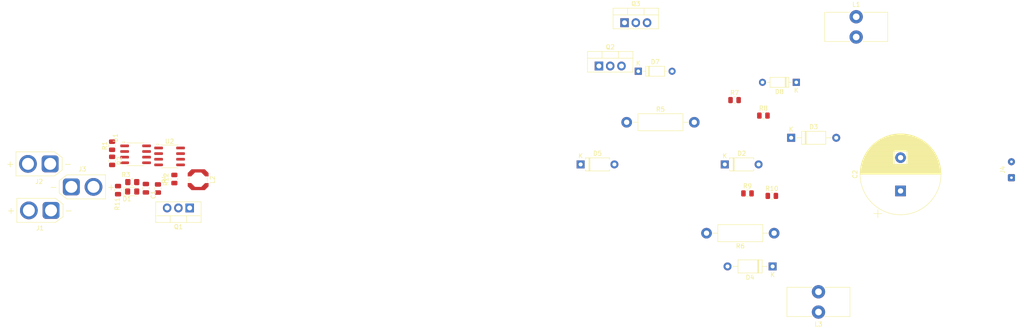
<source format=kicad_pcb>
(kicad_pcb (version 20241229) (generator "pcbnew") (generator_version "9.0")
  (layers (0 "F.Cu" signal) (2 "B.Cu" signal) (13 "F.Paste" user) (15 "B.Paste" user) (5 "F.SilkS" user "F.Silkscreen") (7 "B.SilkS" user "B.Silkscreen") (1 "F.Mask" user) (3 "B.Mask" user) (25 "Edge.Cuts" user))
  (net 0 "")
  (net 1 "GND")
  (net 2 "Net-(D1-A)")
  (net 3 "Net-(D1-K)")
  (net 4 "Net-(J1-Pin_2)")
  (net 5 "Net-(Q1-G)")
  (net 6 "Net-(L2-Pad1)")
  (net 7 "Net-(U1-+)")
  (net 8 "Net-(U1--)")
  (net 9 "Net-(D7-K)")
  (net 10 "Net-(D8-K)")
  (net 11 "Net-(D3-K)")
  (net 12 "Net-(D3-A)")
  (net 13 "Net-(D4-A)")
  (net 14 "Net-(D5-K)")
  (net 15 "Net-(D2-K)")
  (net 16 "Net-(D2-A)")
  (footprint "Connector_AMASS:AMASS_XT30U-F_1x02_P5.0mm_Vertical" (layer "F.Cu") (at 38.61 113.44 180)
    (property "Reference" "J1" (at 2.5 -4 0) (layer "F.SilkS"))
    (property "Value" "Battery_12v_Connection")
    (fp_text user "+" (at 9 0 0) (layer "F.SilkS") (effects (font (size 1.5 1.5))))
    (fp_text user "-" (at -4 0 0) (layer "F.SilkS") (effects (font (size 1.5 1.5))))
    (pad "1" thru_hole roundrect (at 0 0 180) (size 3.8 3.8) (drill 2.7) (layers "*.Cu" "*.Mask") (roundrect_rratio 0.2) (net 1 "GND"))
    (pad "2" thru_hole circle (at 5 0 180) (size 4 4) (drill 2.7) (layers "*.Cu" "*.Mask") (net 4 "Net-(J1-Pin_2)"))
  )
  (footprint "Diode_THT:D_DO-35_SOD27_P7.62mm_Horizontal" (layer "F.Cu") (at 206.61 84.57222 180)
    (property "Reference" "D8" (at 3.81 -2.12 0) (layer "F.SilkS"))
    (property "Value" "1N4148")
    (fp_text user "K" (at 0 -1.8 0) (layer "F.SilkS"))
    (pad "1" thru_hole rect (at 0 0 180) (size 1.6 1.6) (drill 0.8) (layers "*.Cu" "*.Mask") (net 10 "Net-(D8-K)"))
    (pad "2" thru_hole oval (at 7.62 0 180) (size 1.6 1.6) (drill 0.8) (layers "*.Cu" "*.Mask") (net 15 "Net-(D2-K)"))
  )
  (footprint "Resistor_SMD:R_0805_2012Metric" (layer "F.Cu") (at 66.41 106.3675 -90)
    (property "Reference" "R12" (at 0.0975 1.86 90) (layer "F.SilkS"))
    (property "Value" "100")
    (pad "1" smd roundrect (at -0.9125 0 270) (size 1.025 1.4) (layers "F.Cu" "F.Mask" "F.Paste") (roundrect_rratio 0.243902) (net 6 "Net-(L2-Pad1)"))
    (pad "2" smd roundrect (at 0.9125 0 270) (size 1.025 1.4) (layers "F.Cu" "F.Mask" "F.Paste") (roundrect_rratio 0.243902) (net 5 "Net-(Q1-G)"))
  )
  (footprint "Diode_THT:D_A-405_P7.62mm_Horizontal" (layer "F.Cu") (at 190.49 103.07222)
    (property "Reference" "D2" (at 3.81 -2.47 0) (layer "F.SilkS"))
    (property "Value" "D_Zener")
    (fp_text user "K" (at 0 -1.9 0) (layer "F.SilkS"))
    (pad "1" thru_hole rect (at 0 0) (size 1.8 1.8) (drill 0.9) (layers "*.Cu" "*.Mask") (net 15 "Net-(D2-K)"))
    (pad "2" thru_hole oval (at 7.62 0) (size 1.8 1.8) (drill 0.9) (layers "*.Cu" "*.Mask") (net 16 "Net-(D2-A)"))
  )
  (footprint "Package_TO_SOT_THT:TO-220-3_Vertical" (layer "F.Cu") (at 162.12 80.89)
    (property "Reference" "Q2" (at 2.54 -4.27 0) (layer "F.SilkS"))
    (property "Value" "IRF640NPbF")
    (pad "1" thru_hole rect (at 0 0) (size 1.905 2) (drill 1.1) (layers "*.Cu" "*.Mask") (net 14 "Net-(D5-K)"))
    (pad "2" thru_hole oval (at 2.54 0) (size 1.905 2) (drill 1.1) (layers "*.Cu" "*.Mask") (net 10 "Net-(D8-K)"))
    (pad "3" thru_hole oval (at 5.08 0) (size 1.905 2) (drill 1.1) (layers "*.Cu" "*.Mask") (net 16 "Net-(D2-A)"))
  )
  (footprint "Connector_Wire:SolderWire-0.1sqmm_1x02_P3.6mm_D0.4mm_OD1mm" (layer "F.Cu") (at 255.11 106.07222 90)
    (property "Reference" "J4" (at 1.8 -2 90) (layer "F.SilkS"))
    (property "Value" "Conn_01x02_Socket")
    (pad "1" thru_hole roundrect (at 0 0 90) (size 1.6 1.6) (drill 0.6) (layers "*.Cu" "*.Mask") (roundrect_rratio 0.15625) (net 10 "Net-(D8-K)"))
    (pad "2" thru_hole circle (at 3.6 0 90) (size 1.6 1.6) (drill 0.6) (layers "*.Cu" "*.Mask") (net 9 "Net-(D7-K)"))
  )
  (footprint "Inductor_SMD:L_Coilcraft_LPS4414" (layer "F.Cu") (at 71.77 106.52 -90)
    (property "Reference" "L2" (at 0 -3.25 90) (layer "F.SilkS"))
    (property "Value" "100u")
    (pad "1" smd custom (at -1.9875 0 270) (size 0.5 2) (layers "F.Cu" "F.Mask" "F.Paste") (net 6 "Net-(L2-Pad1)") (options (clearance outline) (anchor rect)) (primitives (gr_poly (pts (xy 0.3625 -0.7) (xy 1.2375 -1.575) (xy 1.2375 -2.35) (xy 0.4875 -2.35) (xy -0.3625 -1.5) (xy -0.3625 1.5) (xy 0.4875 2.35) (xy 1.2375 2.35) (xy 1.2375 1.575) (xy 0.3625 0.7)) (width 0) (fill yes))))
    (pad "2" smd custom (at 1.9875 0 270) (size 0.5 2) (layers "F.Cu" "F.Mask" "F.Paste") (net 5 "Net-(Q1-G)") (options (clearance outline) (anchor rect)) (primitives (gr_poly (pts (xy -0.3625 -0.7) (xy -1.2375 -1.575) (xy -1.2375 -2.35) (xy -0.4875 -2.35) (xy 0.3625 -1.5) (xy 0.3625 1.5) (xy -0.4875 2.35) (xy -1.2375 2.35) (xy -1.2375 1.575) (xy -0.3625 0.7)) (width 0) (fill yes))))
  )
  (footprint "Resistor_THT:R_Axial_DIN0411_L9.9mm_D3.6mm_P15.24mm_Horizontal" (layer "F.Cu") (at 201.61 118.57222 180)
    (property "Reference" "R6" (at 7.62 -2.92 0) (layer "F.SilkS"))
    (property "Value" "100k")
    (pad "1" thru_hole circle (at 0 0 180) (size 2.4 2.4) (drill 1.2) (layers "*.Cu" "*.Mask") (net 10 "Net-(D8-K)"))
    (pad "2" thru_hole oval (at 15.24 0 180) (size 2.4 2.4) (drill 1.2) (layers "*.Cu" "*.Mask") (net 13 "Net-(D4-A)"))
  )
  (footprint "Inductor_THT:L_Toroid_Vertical_L14.0mm_W6.3mm_P4.57mm_Pulse_A" (layer "F.Cu") (at 220.11 69.78722)
    (property "Reference" "L1" (at 0 -2.75 0) (layer "F.SilkS"))
    (property "Value" "220u")
    (pad "1" thru_hole circle (at 0 0) (size 3 3) (drill 1.5) (layers "*.Cu" "*.Mask") (net 11 "Net-(D3-K)"))
    (pad "2" thru_hole circle (at 0 4.57) (size 3 3) (drill 1.5) (layers "*.Cu" "*.Mask") (net 9 "Net-(D7-K)"))
  )
  (footprint "Resistor_SMD:R_0805_2012Metric" (layer "F.Cu") (at 199.1975 92.07222)
    (property "Reference" "R8" (at 0 -1.65 0) (layer "F.SilkS"))
    (property "Value" "470")
    (pad "1" smd roundrect (at -0.9125 0) (size 1.025 1.4) (layers "F.Cu" "F.Mask" "F.Paste") (roundrect_rratio 0.243902) (net 15 "Net-(D2-K)"))
    (pad "2" smd roundrect (at 0.9125 0) (size 1.025 1.4) (layers "F.Cu" "F.Mask" "F.Paste") (roundrect_rratio 0.243902) (net 11 "Net-(D3-K)"))
  )
  (footprint "Resistor_SMD:R_0805_2012Metric" (layer "F.Cu") (at 52.37 98.8625 90)
    (property "Reference" "R1" (at 0 -1.65 90) (layer "F.SilkS"))
    (property "Value" "10M")
    (pad "1" smd roundrect (at -0.9125 0 90) (size 1.025 1.4) (layers "F.Cu" "F.Mask" "F.Paste") (roundrect_rratio 0.243902) (net 7 "Net-(U1-+)"))
    (pad "2" smd roundrect (at 0.9125 0 90) (size 1.025 1.4) (layers "F.Cu" "F.Mask" "F.Paste") (roundrect_rratio 0.243902) (net 11 "Net-(D3-K)"))
  )
  (footprint "Diode_THT:D_A-405_P10.16mm_Horizontal" (layer "F.Cu") (at 205.45 97.07222)
    (property "Reference" "D3" (at 5.08 -2.47 0) (layer "F.SilkS"))
    (property "Value" "D")
    (fp_text user "K" (at 0 -1.9 0) (layer "F.SilkS"))
    (pad "1" thru_hole rect (at 0 0) (size 1.8 1.8) (drill 0.9) (layers "*.Cu" "*.Mask") (net 11 "Net-(D3-K)"))
    (pad "2" thru_hole oval (at 10.16 0) (size 1.8 1.8) (drill 0.9) (layers "*.Cu" "*.Mask") (net 12 "Net-(D3-A)"))
  )
  (footprint "Diode_SMD:D_0805_2012Metric_Pad1.15x1.40mm_HandSolder" (layer "F.Cu") (at 56.905 109.18)
    (property "Reference" "D1" (at -1.185 1.68 0) (layer "F.SilkS"))
    (property "Value" "D")
    (pad "1" smd roundrect (at -1.025 0) (size 1.15 1.4) (layers "F.Cu" "F.Mask" "F.Paste") (roundrect_rratio 0.217391) (net 3 "Net-(D1-K)"))
    (pad "2" smd roundrect (at 1.025 0) (size 1.15 1.4) (layers "F.Cu" "F.Mask" "F.Paste") (roundrect_rratio 0.217391) (net 2 "Net-(D1-A)"))
  )
  (footprint "Diode_THT:D_DO-35_SOD27_P7.62mm_Horizontal" (layer "F.Cu") (at 170.99 82.07222)
    (property "Reference" "D7" (at 3.81 -2.12 0) (layer "F.SilkS"))
    (property "Value" "1N4148")
    (fp_text user "K" (at 0 -1.8 0) (layer "F.SilkS"))
    (pad "1" thru_hole rect (at 0 0) (size 1.6 1.6) (drill 0.8) (layers "*.Cu" "*.Mask") (net 9 "Net-(D7-K)"))
    (pad "2" thru_hole oval (at 7.62 0) (size 1.6 1.6) (drill 0.8) (layers "*.Cu" "*.Mask") (net 14 "Net-(D5-K)"))
  )
  (footprint "Resistor_SMD:R_0805_2012Metric" (layer "F.Cu") (at 195.6075 109.60222)
    (property "Reference" "R9" (at 0 -1.65 0) (layer "F.SilkS"))
    (property "Value" "10k")
    (pad "1" smd roundrect (at -0.9125 0) (size 1.025 1.4) (layers "F.Cu" "F.Mask" "F.Paste") (roundrect_rratio 0.243902) (net 14 "Net-(D5-K)"))
    (pad "2" smd roundrect (at 0.9125 0) (size 1.025 1.4) (layers "F.Cu" "F.Mask" "F.Paste") (roundrect_rratio 0.243902) (net 16 "Net-(D2-A)"))
  )
  (footprint "Resistor_SMD:R_0805_2012Metric" (layer "F.Cu") (at 62.71 108.5 -90)
    (property "Reference" "R4" (at -2.0875 -1.47 90) (layer "F.SilkS"))
    (property "Value" "10M")
    (pad "1" smd roundrect (at -0.9125 0 270) (size 1.025 1.4) (layers "F.Cu" "F.Mask" "F.Paste") (roundrect_rratio 0.243902) (net 5 "Net-(Q1-G)"))
    (pad "2" smd roundrect (at 0.9125 0 270) (size 1.025 1.4) (layers "F.Cu" "F.Mask" "F.Paste") (roundrect_rratio 0.243902) (net 1 "GND"))
  )
  (footprint "Inductor_THT:L_Toroid_Vertical_L14.0mm_W6.3mm_P4.57mm_Pulse_A" (layer "F.Cu") (at 211.61 136.35722 180)
    (property "Reference" "L3" (at 0 -2.75 0) (layer "F.SilkS"))
    (property "Value" "220u")
    (pad "1" thru_hole circle (at 0 0 180) (size 3 3) (drill 1.5) (layers "*.Cu" "*.Mask") (net 10 "Net-(D8-K)"))
    (pad "2" thru_hole circle (at 0 4.57 180) (size 3 3) (drill 1.5) (layers "*.Cu" "*.Mask") (net 11 "Net-(D3-K)"))
  )
  (footprint "Connector_AMASS:AMASS_XT30U-F_1x02_P5.0mm_Vertical" (layer "F.Cu") (at 43.18 108.14)
    (property "Reference" "J3" (at 2.5 -4 0) (layer "F.SilkS"))
    (property "Value" "ON_switch")
    (fp_text user "-" (at -4 0 0) (layer "F.SilkS") (effects (font (size 1.5 1.5))))
    (fp_text user "+" (at 9 0 0) (layer "F.SilkS") (effects (font (size 1.5 1.5))))
    (pad "1" thru_hole roundrect (at 0 0) (size 3.8 3.8) (drill 2.7) (layers "*.Cu" "*.Mask") (roundrect_rratio 0.2) (net 11 "Net-(D3-K)"))
    (pad "2" thru_hole circle (at 5 0) (size 4 4) (drill 2.7) (layers "*.Cu" "*.Mask") (net 3 "Net-(D1-K)"))
  )
  (footprint "Package_SO:SOIC-8_3.9x4.9mm_P1.27mm" (layer "F.Cu") (at 57.67 100.8)
    (property "Reference" "U1" (at -4.535 -3.7175 90) (layer "F.SilkS"))
    (property "Value" "OP07")
    (pad "1" smd roundrect (at -2.475 -1.905) (size 1.95 0.6) (layers "F.Cu" "F.Mask" "F.Paste"))
    (pad "2" smd roundrect (at -2.475 -0.635) (size 1.95 0.6) (layers "F.Cu" "F.Mask" "F.Paste") (net 8 "Net-(U1--)"))
    (pad "3" smd roundrect (at -2.475 0.635) (size 1.95 0.6) (layers "F.Cu" "F.Mask" "F.Paste") (net 7 "Net-(U1-+)"))
    (pad "4" smd roundrect (at -2.475 1.905) (size 1.95 0.6) (layers "F.Cu" "F.Mask" "F.Paste") (net 1 "GND"))
    (pad "5" smd roundrect (at 2.475 1.905) (size 1.95 0.6) (layers "F.Cu" "F.Mask" "F.Paste"))
    (pad "6" smd roundrect (at 2.475 0.635) (size 1.95 0.6) (layers "F.Cu" "F.Mask" "F.Paste") (net 8 "Net-(U1--)"))
    (pad "7" smd roundrect (at 2.475 -0.635) (size 1.95 0.6) (layers "F.Cu" "F.Mask" "F.Paste") (net 11 "Net-(D3-K)"))
    (pad "8" smd roundrect (at 2.475 -1.905) (size 1.95 0.6) (layers "F.Cu" "F.Mask" "F.Paste"))
  )
  (footprint "Resistor_THT:R_Axial_DIN0411_L9.9mm_D3.6mm_P15.24mm_Horizontal" (layer "F.Cu") (at 168.37 93.57222)
    (property "Reference" "R5" (at 7.62 -2.92 0) (layer "F.SilkS"))
    (property "Value" "100k")
    (pad "1" thru_hole circle (at 0 0) (size 2.4 2.4) (drill 1.2) (layers "*.Cu" "*.Mask") (net 9 "Net-(D7-K)"))
    (pad "2" thru_hole oval (at 15.24 0) (size 2.4 2.4) (drill 1.2) (layers "*.Cu" "*.Mask") (net 12 "Net-(D3-A)"))
  )
  (footprint "Diode_THT:D_A-405_P7.62mm_Horizontal" (layer "F.Cu") (at 157.99 103.07222)
    (property "Reference" "D5" (at 3.81 -2.47 0) (layer "F.SilkS"))
    (property "Value" "D_Zener")
    (fp_text user "K" (at 0 -1.9 0) (layer "F.SilkS"))
    (pad "1" thru_hole rect (at 0 0) (size 1.8 1.8) (drill 0.9) (layers "*.Cu" "*.Mask") (net 14 "Net-(D5-K)"))
    (pad "2" thru_hole oval (at 7.62 0) (size 1.8 1.8) (drill 0.9) (layers "*.Cu" "*.Mask") (net 16 "Net-(D2-A)"))
  )
  (footprint "Diode_THT:D_A-405_P10.16mm_Horizontal" (layer "F.Cu") (at 201.27 126.07222 180)
    (property "Reference" "D4" (at 5.08 -2.47 0) (layer "F.SilkS"))
    (property "Value" "D")
    (fp_text user "K" (at 0 -1.9 0) (layer "F.SilkS"))
    (pad "1" thru_hole rect (at 0 0 180) (size 1.8 1.8) (drill 0.9) (layers "*.Cu" "*.Mask") (net 11 "Net-(D3-K)"))
    (pad "2" thru_hole oval (at 10.16 0 180) (size 1.8 1.8) (drill 0.9) (layers "*.Cu" "*.Mask") (net 13 "Net-(D4-A)"))
  )
  (footprint "Capacitor_THT:CP_Radial_D18.0mm_P7.50mm" (layer "F.Cu") (at 230.11 109.05 90)
    (property "Reference" "C2" (at 3.75 -10.25 90) (layer "F.SilkS"))
    (property "Value" "10u")
    (pad "1" thru_hole rect (at 0 0 90) (size 2.4 2.4) (drill 1.2) (layers "*.Cu" "*.Mask") (net 10 "Net-(D8-K)"))
    (pad "2" thru_hole circle (at 7.5 0 90) (size 2.4 2.4) (drill 1.2) (layers "*.Cu" "*.Mask") (net 9 "Net-(D7-K)"))
  )
  (footprint "Package_TO_SOT_THT:TO-220-3_Vertical" (layer "F.Cu") (at 69.86 112.89 180)
    (property "Reference" "Q1" (at 2.54 -4.27 0) (layer "F.SilkS"))
    (property "Value" "IRF640NPbF")
    (pad "1" thru_hole rect (at 0 0 180) (size 1.905 2) (drill 1.1) (layers "*.Cu" "*.Mask") (net 5 "Net-(Q1-G)"))
    (pad "2" thru_hole oval (at 2.54 0 180) (size 1.905 2) (drill 1.1) (layers "*.Cu" "*.Mask") (net 16 "Net-(D2-A)"))
    (pad "3" thru_hole oval (at 5.08 0 180) (size 1.905 2) (drill 1.1) (layers "*.Cu" "*.Mask") (net 1 "GND"))
  )
  (footprint "Resistor_SMD:R_0805_2012Metric" (layer "F.Cu") (at 52.38 102.2775 -90)
    (property "Reference" "R2" (at 0 -1.65 90) (layer "F.SilkS"))
    (property "Value" "10M")
    (pad "1" smd roundrect (at -0.9125 0 270) (size 1.025 1.4) (layers "F.Cu" "F.Mask" "F.Paste") (roundrect_rratio 0.243902) (net 7 "Net-(U1-+)"))
    (pad "2" smd roundrect (at 0.9125 0 270) (size 1.025 1.4) (layers "F.Cu" "F.Mask" "F.Paste") (roundrect_rratio 0.243902) (net 1 "GND"))
  )
  (footprint "Resistor_SMD:R_0805_2012Metric" (layer "F.Cu") (at 53.71 108.8725 -90)
    (property "Reference" "R11" (at 3.1225 0.17 90) (layer "F.SilkS"))
    (property "Value" "10M")
    (pad "1" smd roundrect (at -0.9125 0 270) (size 1.025 1.4) (layers "F.Cu" "F.Mask" "F.Paste") (roundrect_rratio 0.243902) (net 3 "Net-(D1-K)"))
    (pad "2" smd roundrect (at 0.9125 0 270) (size 1.025 1.4) (layers "F.Cu" "F.Mask" "F.Paste") (roundrect_rratio 0.243902) (net 1 "GND"))
  )
  (footprint "Connector_AMASS:AMASS_XT30U-F_1x02_P5.0mm_Vertical" (layer "F.Cu") (at 38.41 102.95 180)
    (property "Reference" "J2" (at 2.5 -4 0) (layer "F.SilkS"))
    (property "Value" "Power_Switch")
    (fp_text user "+" (at 9 0 0) (layer "F.SilkS") (effects (font (size 1.5 1.5))))
    (fp_text user "-" (at -4 0 0) (layer "F.SilkS") (effects (font (size 1.5 1.5))))
    (pad "1" thru_hole roundrect (at 0 0 180) (size 3.8 3.8) (drill 2.7) (layers "*.Cu" "*.Mask") (roundrect_rratio 0.2) (net 11 "Net-(D3-K)"))
    (pad "2" thru_hole circle (at 5 0 180) (size 4 4) (drill 2.7) (layers "*.Cu" "*.Mask") (net 4 "Net-(J1-Pin_2)"))
  )
  (footprint "Package_TO_SOT_THT:TO-220-3_Vertical" (layer "F.Cu") (at 167.89 71.13)
    (property "Reference" "Q3" (at 2.54 -4.27 0) (layer "F.SilkS"))
    (property "Value" "IRF640NPbF")
    (pad "1" thru_hole rect (at 0 0) (size 1.905 2) (drill 1.1) (layers "*.Cu" "*.Mask") (net 15 "Net-(D2-K)"))
    (pad "2" thru_hole oval (at 2.54 0) (size 1.905 2) (drill 1.1) (layers "*.Cu" "*.Mask") (net 16 "Net-(D2-A)"))
    (pad "3" thru_hole oval (at 5.08 0) (size 1.905 2) (drill 1.1) (layers "*.Cu" "*.Mask") (net 9 "Net-(D7-K)"))
  )
  (footprint "Resistor_SMD:R_0805_2012Metric" (layer "F.Cu") (at 192.6975 88.57222)
    (property "Reference" "R7" (at 0 -1.65 0) (layer "F.SilkS"))
    (property "Value" "470")
    (pad "1" smd roundrect (at -0.9125 0) (size 1.025 1.4) (layers "F.Cu" "F.Mask" "F.Paste") (roundrect_rratio 0.243902) (net 14 "Net-(D5-K)"))
    (pad "2" smd roundrect (at 0.9125 0) (size 1.025 1.4) (layers "F.Cu" "F.Mask" "F.Paste") (roundrect_rratio 0.243902) (net 11 "Net-(D3-K)"))
  )
  (footprint "Package_SO:SOIC-8_3.9x4.9mm_P1.27mm" (layer "F.Cu") (at 65.33 101.275)
    (property "Reference" "U2" (at 0 -3.4 0) (layer "F.SilkS"))
    (property "Value" "OP07")
    (pad "1" smd roundrect (at -2.475 -1.905) (size 1.95 0.6) (layers "F.Cu" "F.Mask" "F.Paste"))
    (pad "2" smd roundrect (at -2.475 -0.635) (size 1.95 0.6) (layers "F.Cu" "F.Mask" "F.Paste") (net 8 "Net-(U1--)"))
    (pad "3" smd roundrect (at -2.475 0.635) (size 1.95 0.6) (layers "F.Cu" "F.Mask" "F.Paste") (net 2 "Net-(D1-A)"))
    (pad "4" smd roundrect (at -2.475 1.905) (size 1.95 0.6) (layers "F.Cu" "F.Mask" "F.Paste") (net 1 "GND"))
    (pad "5" smd roundrect (at 2.475 1.905) (size 1.95 0.6) (layers "F.Cu" "F.Mask" "F.Paste"))
    (pad "6" smd roundrect (at 2.475 0.635) (size 1.95 0.6) (layers "F.Cu" "F.Mask" "F.Paste") (net 6 "Net-(L2-Pad1)"))
    (pad "7" smd roundrect (at 2.475 -0.635) (size 1.95 0.6) (layers "F.Cu" "F.Mask" "F.Paste") (net 11 "Net-(D3-K)"))
    (pad "8" smd roundrect (at 2.475 -1.905) (size 1.95 0.6) (layers "F.Cu" "F.Mask" "F.Paste"))
  )
  (footprint "Resistor_SMD:R_0805_2012Metric" (layer "F.Cu") (at 201.0975 110.17222)
    (property "Reference" "R10" (at 0 -1.65 0) (layer "F.SilkS"))
    (property "Value" "10k")
    (pad "1" smd roundrect (at -0.9125 0) (size 1.025 1.4) (layers "F.Cu" "F.Mask" "F.Paste") (roundrect_rratio 0.243902) (net 16 "Net-(D2-A)"))
    (pad "2" smd roundrect (at 0.9125 0) (size 1.025 1.4) (layers "F.Cu" "F.Mask" "F.Paste") (roundrect_rratio 0.243902) (net 15 "Net-(D2-K)"))
  )
  (footprint "Capacitor_SMD:C_0805_2012Metric" (layer "F.Cu") (at 59.99 108.44 -90)
    (property "Reference" "C1" (at 1.45 -1.7 90) (layer "F.SilkS"))
    (property "Value" "100u")
    (pad "1" smd roundrect (at -0.95 0 270) (size 1 1.45) (layers "F.Cu" "F.Mask" "F.Paste") (net 2 "Net-(D1-A)"))
    (pad "2" smd roundrect (at 0.95 0 270) (size 1 1.45) (layers "F.Cu" "F.Mask" "F.Paste") (net 1 "GND"))
  )
  (footprint "Resistor_SMD:R_0805_2012Metric_Pad1.20x1.40mm_HandSolder" (layer "F.Cu") (at 56.92 107.06)
    (property "Reference" "R3" (at -1.4375 -1.65 0) (layer "F.SilkS"))
    (property "Value" "1k")
    (pad "1" smd roundrect (at -1 0) (size 1.2 1.4) (layers "F.Cu" "F.Mask" "F.Paste") (roundrect_rratio 0.208333) (net 3 "Net-(D1-K)"))
    (pad "2" smd roundrect (at 1 0) (size 1.2 1.4) (layers "F.Cu" "F.Mask" "F.Paste") (roundrect_rratio 0.208333) (net 2 "Net-(D1-A)"))
  )
)
</source>
